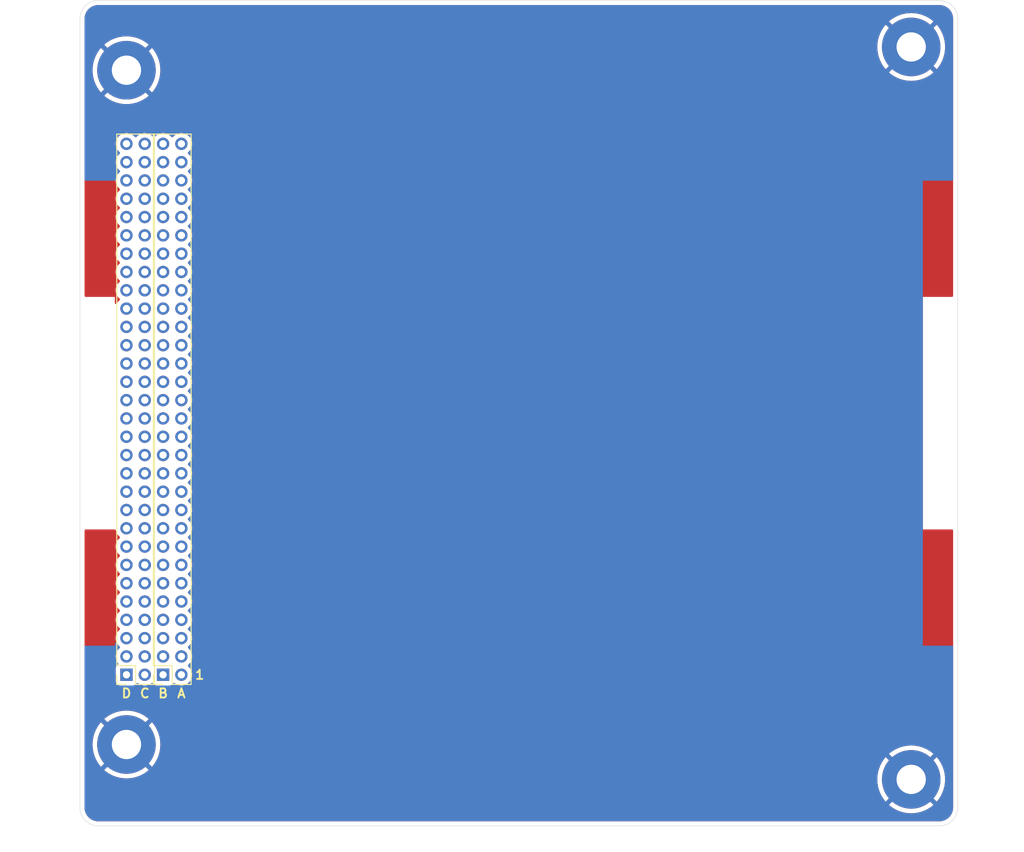
<source format=kicad_pcb>
(kicad_pcb (version 20240108) (generator "pcbnew") (generator_version "8.0")
  (title_block (title "PCI-104 Template") (date "2024-10-19") (rev "A") (company "GU Orbit") (comment 1 "PLS NO MORE IMPERIAL UNITS"))
  (layers (0 "F.Cu" signal) (31 "B.Cu" signal) (34 "B.Paste" user) (35 "F.Paste" user) (36 "B.SilkS" user "B.Silkscreen") (37 "F.SilkS" user "F.Silkscreen") (38 "B.Mask" user) (39 "F.Mask" user) (44 "Edge.Cuts" user))
  (net 0 "")
  (net 1 "GND")
  (footprint "MountingHole:MountingHole_3.2mm_M3_Pad_TopBottom" (layer "F.Cu") (at 141.605 135.89)
    (property "Reference" "H4" (hide yes))
    (property "Value" "MountingHole_Pad")
    (pad "1" thru_hole circle (at 0 0) (size 3.6 3.6) (drill 3.2) (layers "*.Cu" "*.Mask") (net 1 "GND"))
    (pad "1" connect circle (at 0 0) (size 6.4 6.4) (layers "F.Cu" "F.Mask") (net 1 "GND"))
    (pad "1" connect circle (at 0 0) (size 6.4 6.4) (layers "B.Cu" "B.Mask") (net 1 "GND"))
  )
  (footprint "MountingHole:MountingHole_3.2mm_M3_Pad_TopBottom" (layer "F.Cu") (at 141.605 55.88)
    (property "Reference" "H2" (hide yes))
    (property "Value" "MountingHole_Pad")
    (pad "1" thru_hole circle (at 0 0) (size 3.6 3.6) (drill 3.2) (layers "*.Cu" "*.Mask") (net 1 "GND"))
    (pad "1" connect circle (at 0 0) (size 6.4 6.4) (layers "F.Cu" "F.Mask") (net 1 "GND"))
    (pad "1" connect circle (at 0 0) (size 6.4 6.4) (layers "B.Cu" "B.Mask") (net 1 "GND"))
  )
  (footprint "Connector_PinSocket_2.00mm:PinSocket_2x30_P2.00mm_Vertical" (layer "F.Cu") (at 59.88 124.46 180)
    (property "Reference" "J1" (hide yes))
    (property "Value" "Conn_02x30_Row_Letter_First")
    (fp_line (start 1.06 1) (end 1.06 59.06) (stroke (width 0.12)) (layer "F.SilkS"))
    (fp_line (start 1.06 -1.06) (end 1.06 0) (stroke (width 0.12)) (layer "F.SilkS"))
    (fp_line (start 0 -1.06) (end 1.06 -1.06) (stroke (width 0.12)) (layer "F.SilkS"))
    (fp_line (start -1 1) (end 1.06 1) (stroke (width 0.12)) (layer "F.SilkS"))
    (fp_line (start -1 -1.06) (end -1 1) (stroke (width 0.12)) (layer "F.SilkS"))
    (fp_line (start -3.06 59.06) (end 1.06 59.06) (stroke (width 0.12)) (layer "F.SilkS"))
    (fp_line (start -3.06 -1.06) (end -1 -1.06) (stroke (width 0.12)) (layer "F.SilkS"))
    (fp_line (start -3.06 -1.06) (end -3.06 59.06) (stroke (width 0.12)) (layer "F.SilkS"))
    (pad "a1" thru_hole oval (at -2 0 180) (size 1.35 1.35) (drill 0.8) (layers "*.Cu" "*.Mask"))
    (pad "a2" thru_hole oval (at -2 2 180) (size 1.35 1.35) (drill 0.8) (layers "*.Cu" "*.Mask"))
    (pad "a3" thru_hole oval (at -2 4 180) (size 1.35 1.35) (drill 0.8) (layers "*.Cu" "*.Mask"))
    (pad "a4" thru_hole oval (at -2 6 180) (size 1.35 1.35) (drill 0.8) (layers "*.Cu" "*.Mask"))
    (pad "a5" thru_hole oval (at -2 8 180) (size 1.35 1.35) (drill 0.8) (layers "*.Cu" "*.Mask"))
    (pad "a6" thru_hole oval (at -2 10 180) (size 1.35 1.35) (drill 0.8) (layers "*.Cu" "*.Mask"))
    (pad "a7" thru_hole oval (at -2 12 180) (size 1.35 1.35) (drill 0.8) (layers "*.Cu" "*.Mask"))
    (pad "a8" thru_hole oval (at -2 14 180) (size 1.35 1.35) (drill 0.8) (layers "*.Cu" "*.Mask"))
    (pad "a9" thru_hole oval (at -2 16 180) (size 1.35 1.35) (drill 0.8) (layers "*.Cu" "*.Mask"))
    (pad "a10" thru_hole oval (at -2 18 180) (size 1.35 1.35) (drill 0.8) (layers "*.Cu" "*.Mask"))
    (pad "a11" thru_hole oval (at -2 20 180) (size 1.35 1.35) (drill 0.8) (layers "*.Cu" "*.Mask"))
    (pad "a12" thru_hole oval (at -2 22 180) (size 1.35 1.35) (drill 0.8) (layers "*.Cu" "*.Mask"))
    (pad "a13" thru_hole oval (at -2 24 180) (size 1.35 1.35) (drill 0.8) (layers "*.Cu" "*.Mask"))
    (pad "a14" thru_hole oval (at -2 26 180) (size 1.35 1.35) (drill 0.8) (layers "*.Cu" "*.Mask"))
    (pad "a15" thru_hole oval (at -2 28 180) (size 1.35 1.35) (drill 0.8) (layers "*.Cu" "*.Mask"))
    (pad "a16" thru_hole oval (at -2 30 180) (size 1.35 1.35) (drill 0.8) (layers "*.Cu" "*.Mask"))
    (pad "a17" thru_hole oval (at -2 32 180) (size 1.35 1.35) (drill 0.8) (layers "*.Cu" "*.Mask"))
    (pad "a18" thru_hole oval (at -2 34 180) (size 1.35 1.35) (drill 0.8) (layers "*.Cu" "*.Mask"))
    (pad "a19" thru_hole oval (at -2 36 180) (size 1.35 1.35) (drill 0.8) (layers "*.Cu" "*.Mask"))
    (pad "a20" thru_hole oval (at -2 38 180) (size 1.35 1.35) (drill 0.8) (layers "*.Cu" "*.Mask"))
    (pad "a21" thru_hole oval (at -2 40 180) (size 1.35 1.35) (drill 0.8) (layers "*.Cu" "*.Mask"))
    (pad "a22" thru_hole oval (at -2 42 180) (size 1.35 1.35) (drill 0.8) (layers "*.Cu" "*.Mask"))
    (pad "a23" thru_hole oval (at -2 44 180) (size 1.35 1.35) (drill 0.8) (layers "*.Cu" "*.Mask"))
    (pad "a24" thru_hole oval (at -2 46 180) (size 1.35 1.35) (drill 0.8) (layers "*.Cu" "*.Mask"))
    (pad "a25" thru_hole oval (at -2 48 180) (size 1.35 1.35) (drill 0.8) (layers "*.Cu" "*.Mask"))
    (pad "a26" thru_hole oval (at -2 50 180) (size 1.35 1.35) (drill 0.8) (layers "*.Cu" "*.Mask"))
    (pad "a27" thru_hole oval (at -2 52 180) (size 1.35 1.35) (drill 0.8) (layers "*.Cu" "*.Mask"))
    (pad "a28" thru_hole oval (at -2 54 180) (size 1.35 1.35) (drill 0.8) (layers "*.Cu" "*.Mask"))
    (pad "a29" thru_hole oval (at -2 56 180) (size 1.35 1.35) (drill 0.8) (layers "*.Cu" "*.Mask"))
    (pad "a30" thru_hole oval (at -2 58 180) (size 1.35 1.35) (drill 0.8) (layers "*.Cu" "*.Mask"))
    (pad "b1" thru_hole rect (at 0 0 180) (size 1.35 1.35) (drill 0.8) (layers "*.Cu" "*.Mask"))
    (pad "b2" thru_hole oval (at 0 2 180) (size 1.35 1.35) (drill 0.8) (layers "*.Cu" "*.Mask"))
    (pad "b3" thru_hole oval (at 0 4 180) (size 1.35 1.35) (drill 0.8) (layers "*.Cu" "*.Mask"))
    (pad "b4" thru_hole oval (at 0 6 180) (size 1.35 1.35) (drill 0.8) (layers "*.Cu" "*.Mask"))
    (pad "b5" thru_hole oval (at 0 8 180) (size 1.35 1.35) (drill 0.8) (layers "*.Cu" "*.Mask"))
    (pad "b6" thru_hole oval (at 0 10 180) (size 1.35 1.35) (drill 0.8) (layers "*.Cu" "*.Mask"))
    (pad "b7" thru_hole oval (at 0 12 180) (size 1.35 1.35) (drill 0.8) (layers "*.Cu" "*.Mask"))
    (pad "b8" thru_hole oval (at 0 14 180) (size 1.35 1.35) (drill 0.8) (layers "*.Cu" "*.Mask"))
    (pad "b9" thru_hole oval (at 0 16 180) (size 1.35 1.35) (drill 0.8) (layers "*.Cu" "*.Mask"))
    (pad "b10" thru_hole oval (at 0 18 180) (size 1.35 1.35) (drill 0.8) (layers "*.Cu" "*.Mask"))
    (pad "b11" thru_hole oval (at 0 20 180) (size 1.35 1.35) (drill 0.8) (layers "*.Cu" "*.Mask"))
    (pad "b12" thru_hole oval (at 0 22 180) (size 1.35 1.35) (drill 0.8) (layers "*.Cu" "*.Mask"))
    (pad "b13" thru_hole oval (at 0 24 180) (size 1.35 1.35) (drill 0.8) (layers "*.Cu" "*.Mask"))
    (pad "b14" thru_hole oval (at 0 26 180) (size 1.35 1.35) (drill 0.8) (layers "*.Cu" "*.Mask"))
    (pad "b15" thru_hole oval (at 0 28 180) (size 1.35 1.35) (drill 0.8) (layers "*.Cu" "*.Mask"))
    (pad "b16" thru_hole oval (at 0 30 180) (size 1.35 1.35) (drill 0.8) (layers "*.Cu" "*.Mask"))
    (pad "b17" thru_hole oval (at 0 32 180) (size 1.35 1.35) (drill 0.8) (layers "*.Cu" "*.Mask"))
    (pad "b18" thru_hole oval (at 0 34 180) (size 1.35 1.35) (drill 0.8) (layers "*.Cu" "*.Mask"))
    (pad "b19" thru_hole oval (at 0 36 180) (size 1.35 1.35) (drill 0.8) (layers "*.Cu" "*.Mask"))
    (pad "b20" thru_hole oval (at 0 38 180) (size 1.35 1.35) (drill 0.8) (layers "*.Cu" "*.Mask"))
    (pad "b21" thru_hole oval (at 0 40 180) (size 1.35 1.35) (drill 0.8) (layers "*.Cu" "*.Mask"))
    (pad "b22" thru_hole oval (at 0 42 180) (size 1.35 1.35) (drill 0.8) (layers "*.Cu" "*.Mask"))
    (pad "b23" thru_hole oval (at 0 44 180) (size 1.35 1.35) (drill 0.8) (layers "*.Cu" "*.Mask"))
    (pad "b24" thru_hole oval (at 0 46 180) (size 1.35 1.35) (drill 0.8) (layers "*.Cu" "*.Mask"))
    (pad "b25" thru_hole oval (at 0 48 180) (size 1.35 1.35) (drill 0.8) (layers "*.Cu" "*.Mask"))
    (pad "b26" thru_hole oval (at 0 50 180) (size 1.35 1.35) (drill 0.8) (layers "*.Cu" "*.Mask"))
    (pad "b27" thru_hole oval (at 0 52 180) (size 1.35 1.35) (drill 0.8) (layers "*.Cu" "*.Mask"))
    (pad "b28" thru_hole oval (at 0 54 180) (size 1.35 1.35) (drill 0.8) (layers "*.Cu" "*.Mask"))
    (pad "b29" thru_hole oval (at 0 56 180) (size 1.35 1.35) (drill 0.8) (layers "*.Cu" "*.Mask"))
    (pad "b30" thru_hole oval (at 0 58 180) (size 1.35 1.35) (drill 0.8) (layers "*.Cu" "*.Mask"))
  )
  (footprint "MountingHole:MountingHole_3.2mm_M3_Pad_TopBottom" (layer "F.Cu") (at 55.88 58.42)
    (property "Reference" "H1" (hide yes))
    (property "Value" "MountingHole_Pad")
    (pad "1" thru_hole circle (at 0 0) (size 3.6 3.6) (drill 3.2) (layers "*.Cu" "*.Mask") (net 1 "GND"))
    (pad "1" connect circle (at 0 0) (size 6.4 6.4) (layers "F.Cu" "F.Mask") (net 1 "GND"))
    (pad "1" connect circle (at 0 0) (size 6.4 6.4) (layers "B.Cu" "B.Mask") (net 1 "GND"))
  )
  (footprint "MountingHole:MountingHole_3.2mm_M3_Pad_TopBottom" (layer "F.Cu") (at 55.88 132.08)
    (property "Reference" "H3" (hide yes))
    (property "Value" "MountingHole_Pad")
    (pad "1" thru_hole circle (at 0 0) (size 3.6 3.6) (drill 3.2) (layers "*.Cu" "*.Mask") (net 1 "GND"))
    (pad "1" connect circle (at 0 0) (size 6.4 6.4) (layers "F.Cu" "F.Mask") (net 1 "GND"))
    (pad "1" connect circle (at 0 0) (size 6.4 6.4) (layers "B.Cu" "B.Mask") (net 1 "GND"))
  )
  (footprint "Connector_PinSocket_2.00mm:PinSocket_2x30_P2.00mm_Vertical" (layer "F.Cu") (at 55.88 124.46 180)
    (property "Reference" "J2" (hide yes))
    (property "Value" "Conn_02x30_Row_Letter_First")
    (fp_line (start 1.06 1) (end 1.06 59.06) (stroke (width 0.12)) (layer "F.SilkS"))
    (fp_line (start 1.06 -1.06) (end 1.06 0) (stroke (width 0.12)) (layer "F.SilkS"))
    (fp_line (start 0 -1.06) (end 1.06 -1.06) (stroke (width 0.12)) (layer "F.SilkS"))
    (fp_line (start -1 1) (end 1.06 1) (stroke (width 0.12)) (layer "F.SilkS"))
    (fp_line (start -1 -1.06) (end -1 1) (stroke (width 0.12)) (layer "F.SilkS"))
    (fp_line (start -3.06 59.06) (end 1.06 59.06) (stroke (width 0.12)) (layer "F.SilkS"))
    (fp_line (start -3.06 -1.06) (end -1 -1.06) (stroke (width 0.12)) (layer "F.SilkS"))
    (fp_line (start -3.06 -1.06) (end -3.06 59.06) (stroke (width 0.12)) (layer "F.SilkS"))
    (pad "c1" thru_hole oval (at -2 0 180) (size 1.35 1.35) (drill 0.8) (layers "*.Cu" "*.Mask"))
    (pad "c2" thru_hole oval (at -2 2 180) (size 1.35 1.35) (drill 0.8) (layers "*.Cu" "*.Mask"))
    (pad "c3" thru_hole oval (at -2 4 180) (size 1.35 1.35) (drill 0.8) (layers "*.Cu" "*.Mask"))
    (pad "c4" thru_hole oval (at -2 6 180) (size 1.35 1.35) (drill 0.8) (layers "*.Cu" "*.Mask"))
    (pad "c5" thru_hole oval (at -2 8 180) (size 1.35 1.35) (drill 0.8) (layers "*.Cu" "*.Mask"))
    (pad "c6" thru_hole oval (at -2 10 180) (size 1.35 1.35) (drill 0.8) (layers "*.Cu" "*.Mask"))
    (pad "c7" thru_hole oval (at -2 12 180) (size 1.35 1.35) (drill 0.8) (layers "*.Cu" "*.Mask"))
    (pad "c8" thru_hole oval (at -2 14 180) (size 1.35 1.35) (drill 0.8) (layers "*.Cu" "*.Mask"))
    (pad "c9" thru_hole oval (at -2 16 180) (size 1.35 1.35) (drill 0.8) (layers "*.Cu" "*.Mask"))
    (pad "c10" thru_hole oval (at -2 18 180) (size 1.35 1.35) (drill 0.8) (layers "*.Cu" "*.Mask"))
    (pad "c11" thru_hole oval (at -2 20 180) (size 1.35 1.35) (drill 0.8) (layers "*.Cu" "*.Mask"))
    (pad "c12" thru_hole oval (at -2 22 180) (size 1.35 1.35) (drill 0.8) (layers "*.Cu" "*.Mask"))
    (pad "c13" thru_hole oval (at -2 24 180) (size 1.35 1.35) (drill 0.8) (layers "*.Cu" "*.Mask"))
    (pad "c14" thru_hole oval (at -2 26 180) (size 1.35 1.35) (drill 0.8) (layers "*.Cu" "*.Mask"))
    (pad "c15" thru_hole oval (at -2 28 180) (size 1.35 1.35) (drill 0.8) (layers "*.Cu" "*.Mask"))
    (pad "c16" thru_hole oval (at -2 30 180) (size 1.35 1.35) (drill 0.8) (layers "*.Cu" "*.Mask"))
    (pad "c17" thru_hole oval (at -2 32 180) (size 1.35 1.35) (drill 0.8) (layers "*.Cu" "*.Mask"))
    (pad "c18" thru_hole oval (at -2 34 180) (size 1.35 1.35) (drill 0.8) (layers "*.Cu" "*.Mask"))
    (pad "c19" thru_hole oval (at -2 36 180) (size 1.35 1.35) (drill 0.8) (layers "*.Cu" "*.Mask"))
    (pad "c20" thru_hole oval (at -2 38 180) (size 1.35 1.35) (drill 0.8) (layers "*.Cu" "*.Mask"))
    (pad "c21" thru_hole oval (at -2 40 180) (size 1.35 1.35) (drill 0.8) (layers "*.Cu" "*.Mask"))
    (pad "c22" thru_hole oval (at -2 42 180) (size 1.35 1.35) (drill 0.8) (layers "*.Cu" "*.Mask"))
    (pad "c23" thru_hole oval (at -2 44 180) (size 1.35 1.35) (drill 0.8) (layers "*.Cu" "*.Mask"))
    (pad "c24" thru_hole oval (at -2 46 180) (size 1.35 1.35) (drill 0.8) (layers "*.Cu" "*.Mask"))
    (pad "c25" thru_hole oval (at -2 48 180) (size 1.35 1.35) (drill 0.8) (layers "*.Cu" "*.Mask"))
    (pad "c26" thru_hole oval (at -2 50 180) (size 1.35 1.35) (drill 0.8) (layers "*.Cu" "*.Mask"))
    (pad "c27" thru_hole oval (at -2 52 180) (size 1.35 1.35) (drill 0.8) (layers "*.Cu" "*.Mask"))
    (pad "c28" thru_hole oval (at -2 54 180) (size 1.35 1.35) (drill 0.8) (layers "*.Cu" "*.Mask"))
    (pad "c29" thru_hole oval (at -2 56 180) (size 1.35 1.35) (drill 0.8) (layers "*.Cu" "*.Mask"))
    (pad "c30" thru_hole oval (at -2 58 180) (size 1.35 1.35) (drill 0.8) (layers "*.Cu" "*.Mask"))
    (pad "d1" thru_hole rect (at 0 0 180) (size 1.35 1.35) (drill 0.8) (layers "*.Cu" "*.Mask"))
    (pad "d2" thru_hole oval (at 0 2 180) (size 1.35 1.35) (drill 0.8) (layers "*.Cu" "*.Mask"))
    (pad "d3" thru_hole oval (at 0 4 180) (size 1.35 1.35) (drill 0.8) (layers "*.Cu" "*.Mask"))
    (pad "d4" thru_hole oval (at 0 6 180) (size 1.35 1.35) (drill 0.8) (layers "*.Cu" "*.Mask"))
    (pad "d5" thru_hole oval (at 0 8 180) (size 1.35 1.35) (drill 0.8) (layers "*.Cu" "*.Mask"))
    (pad "d6" thru_hole oval (at 0 10 180) (size 1.35 1.35) (drill 0.8) (layers "*.Cu" "*.Mask"))
    (pad "d7" thru_hole oval (at 0 12 180) (size 1.35 1.35) (drill 0.8) (layers "*.Cu" "*.Mask"))
    (pad "d8" thru_hole oval (at 0 14 180) (size 1.35 1.35) (drill 0.8) (layers "*.Cu" "*.Mask"))
    (pad "d9" thru_hole oval (at 0 16 180) (size 1.35 1.35) (drill 0.8) (layers "*.Cu" "*.Mask"))
    (pad "d10" thru_hole oval (at 0 18 180) (size 1.35 1.35) (drill 0.8) (layers "*.Cu" "*.Mask"))
    (pad "d11" thru_hole oval (at 0 20 180) (size 1.35 1.35) (drill 0.8) (layers "*.Cu" "*.Mask"))
    (pad "d12" thru_hole oval (at 0 22 180) (size 1.35 1.35) (drill 0.8) (layers "*.Cu" "*.Mask"))
    (pad "d13" thru_hole oval (at 0 24 180) (size 1.35 1.35) (drill 0.8) (layers "*.Cu" "*.Mask"))
    (pad "d14" thru_hole oval (at 0 26 180) (size 1.35 1.35) (drill 0.8) (layers "*.Cu" "*.Mask"))
    (pad "d15" thru_hole oval (at 0 28 180) (size 1.35 1.35) (drill 0.8) (layers "*.Cu" "*.Mask"))
    (pad "d16" thru_hole oval (at 0 30 180) (size 1.35 1.35) (drill 0.8) (layers "*.Cu" "*.Mask"))
    (pad "d17" thru_hole oval (at 0 32 180) (size 1.35 1.35) (drill 0.8) (layers "*.Cu" "*.Mask"))
    (pad "d18" thru_hole oval (at 0 34 180) (size 1.35 1.35) (drill 0.8) (layers "*.Cu" "*.Mask"))
    (pad "d19" thru_hole oval (at 0 36 180) (size 1.35 1.35) (drill 0.8) (layers "*.Cu" "*.Mask"))
    (pad "d20" thru_hole oval (at 0 38 180) (size 1.35 1.35) (drill 0.8) (layers "*.Cu" "*.Mask"))
    (pad "d21" thru_hole oval (at 0 40 180) (size 1.35 1.35) (drill 0.8) (layers "*.Cu" "*.Mask"))
    (pad "d22" thru_hole oval (at 0 42 180) (size 1.35 1.35) (drill 0.8) (layers "*.Cu" "*.Mask"))
    (pad "d23" thru_hole oval (at 0 44 180) (size 1.35 1.35) (drill 0.8) (layers "*.Cu" "*.Mask"))
    (pad "d24" thru_hole oval (at 0 46 180) (size 1.35 1.35) (drill 0.8) (layers "*.Cu" "*.Mask"))
    (pad "d25" thru_hole oval (at 0 48 180) (size 1.35 1.35) (drill 0.8) (layers "*.Cu" "*.Mask"))
    (pad "d26" thru_hole oval (at 0 50 180) (size 1.35 1.35) (drill 0.8) (layers "*.Cu" "*.Mask"))
    (pad "d27" thru_hole oval (at 0 52 180) (size 1.35 1.35) (drill 0.8) (layers "*.Cu" "*.Mask"))
    (pad "d28" thru_hole oval (at 0 54 180) (size 1.35 1.35) (drill 0.8) (layers "*.Cu" "*.Mask"))
    (pad "d29" thru_hole oval (at 0 56 180) (size 1.35 1.35) (drill 0.8) (layers "*.Cu" "*.Mask"))
    (pad "d30" thru_hole oval (at 0 58 180) (size 1.35 1.35) (drill 0.8) (layers "*.Cu" "*.Mask"))
  )
  (gr_line (start 52.8 50.8) (end 144.685 50.8) (stroke (width 0.05)) (layer "Edge.Cuts"))
  (gr_arc (start 146.685 138.97) (mid 146.099214 140.384214) (end 144.685 140.97) (stroke (width 0.05)) (layer "Edge.Cuts"))
  (gr_line (start 50.8 138.97) (end 50.8 52.8) (stroke (width 0.05)) (layer "Edge.Cuts"))
  (gr_line (start 144.685 140.97) (end 52.8 140.97) (stroke (width 0.05)) (layer "Edge.Cuts"))
  (gr_arc (start 50.8 52.8) (mid 51.385786 51.385786) (end 52.8 50.8) (stroke (width 0.05)) (layer "Edge.Cuts"))
  (gr_line (start 146.685 52.8) (end 146.685 138.97) (stroke (width 0.05)) (layer "Edge.Cuts"))
  (gr_arc (start 52.8 140.97) (mid 51.385786 140.384214) (end 50.8 138.97) (stroke (width 0.05)) (layer "Edge.Cuts"))
  (gr_arc (start 144.685 50.8) (mid 146.099214 51.385786) (end 146.685 52.8) (stroke (width 0.05)) (layer "Edge.Cuts"))
  (gr_text "A" (at 61.88 126.492 0) (layer "F.SilkS") (effects (font (size 1 1) (thickness 0.2) (bold yes))))
  (gr_text "C" (at 57.88 126.492 0) (layer "F.SilkS") (effects (font (size 1 1) (thickness 0.2) (bold yes))))
  (gr_text "B" (at 59.88 126.492 0) (layer "F.SilkS") (effects (font (size 1 1) (thickness 0.2) (bold yes))))
  (gr_text "1" (at 63.88 124.46 0) (layer "F.SilkS") (effects (font (size 1 1) (thickness 0.2) (bold yes))))
  (gr_text "D" (at 55.88 126.492 0) (layer "F.SilkS") (effects (font (size 1 1) (thickness 0.2) (bold yes))))
  (zone (net 1) (net_name "GND") (layer "F.Cu") (connect_pads (clearance 0.5)) (min_thickness 0.25) (fill yes (thermal_gap 0.5) (thermal_bridge_width 0.5))
    (polygon (pts (xy 50.8 50.8) (xy 146.685 50.8) (xy 146.685 140.97) (xy 50.8 140.97)))
  )
  (zone (net 0) (net_name "") (layers "F.Cu" "Dwgs.User") (connect_pads (clearance 0)) (min_thickness 0.25)
    (keepout (tracks not_allowed) (vias not_allowed) (pads not_allowed) (copperpour not_allowed) (footprints not_allowed))
    (fill (thermal_gap 0.5) (thermal_bridge_width 0.5))
    (polygon (pts (xy 142.875 83.185) (xy 146.685 83.185) (xy 146.685 108.585) (xy 142.875 108.585)))
  )
  (zone (net 0) (net_name "") (layers "F.Cu" "Dwgs.User") (connect_pads (clearance 0)) (min_thickness 0.25)
    (keepout (tracks not_allowed) (vias not_allowed) (pads not_allowed) (copperpour not_allowed) (footprints not_allowed))
    (fill (thermal_gap 0.5) (thermal_bridge_width 0.5))
    (polygon (pts (xy 50.8 83.185) (xy 54.61 83.185) (xy 54.61 108.585) (xy 50.8 108.585)))
  )
  (zone (net 0) (net_name "") (layer "B.Cu") (connect_pads (clearance 0)) (min_thickness 0.25)
    (keepout (tracks not_allowed) (vias not_allowed) (pads not_allowed) (copperpour not_allowed) (footprints not_allowed))
    (fill (thermal_gap 0.5) (thermal_bridge_width 0.5))
    (polygon (pts (xy 142.875 70.485) (xy 146.685 70.485) (xy 146.685 121.285) (xy 142.875 121.285)))
  )
  (zone (net 1) (net_name "GND") (layer "B.Cu") (connect_pads (clearance 0.5)) (min_thickness 0.25) (fill yes (thermal_gap 0.5) (thermal_bridge_width 0.5))
    (polygon (pts (xy 50.8 50.8) (xy 146.685 50.8) (xy 146.685 140.97) (xy 50.8 140.97)))
  )
  (zone (net 0) (net_name "") (layer "B.Cu") (connect_pads (clearance 0)) (min_thickness 0.25)
    (keepout (tracks not_allowed) (vias not_allowed) (pads not_allowed) (copperpour not_allowed) (footprints not_allowed))
    (fill (thermal_gap 0.5) (thermal_bridge_width 0.5))
    (polygon (pts (xy 50.8 70.485) (xy 54.61 70.485) (xy 54.61 121.285) (xy 50.8 121.285)))
  )
)
</source>
